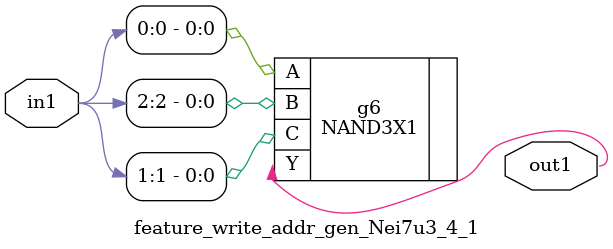
<source format=v>
`timescale 1ps / 1ps


module feature_write_addr_gen_Nei7u3_4_1(in1, out1);
  input [2:0] in1;
  output out1;
  wire [2:0] in1;
  wire out1;
  NAND3X1 g6(.A (in1[0]), .B (in1[2]), .C (in1[1]), .Y (out1));
endmodule



</source>
